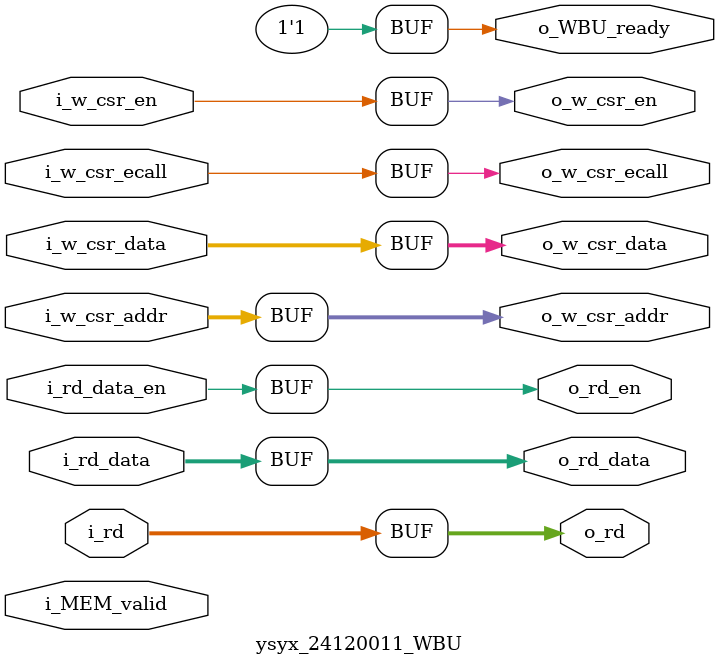
<source format=v>
module ysyx_24120011_WBU(
    //input clk,
    //input rst,
    //数据
    //input  [31:0] i_r_mem_data,
    //input  [2:0]  i_rd_ctrl,
    //input  [2:0]  i_csr_ctrl,
    //input  [31:0] i_pc,
    //input  [31:0] i_src1,
    //input  [31:0] i_r_csr_data,
    //input  [31:0] i_imm,
    input  [3:0]  i_rd,
    input  [11:0] i_w_csr_addr,
    //input  [31:0] i_ALU_result,

    input [31:0] i_rd_data,
    input        i_rd_data_en,
    input [31:0] i_w_csr_data,
    input i_w_csr_en,
    input i_w_csr_ecall,
    //写GPR
    output [3:0]   o_rd,
    output [31:0]  o_rd_data,
    output         o_rd_en,
    //写CSR
    output [11:0]  o_w_csr_addr,
    output [31:0]  o_w_csr_data,
    output         o_w_csr_en,
    output         o_w_csr_ecall,
    //握手
    input  i_MEM_valid,
    output o_WBU_ready

    //output [2:0] o_rd_ctrl
);

// reg [31:0]  rd_data;
// reg [31:0]  w_csr_data;

// assign o_rd = i_rd;
// assign o_rd_data = rd_data;
// assign o_rd_en = i_MEM_valid ? (i_rd_ctrl == 3'd4 ? 1'b0 : 1'b1) : 1'b0;
// assign o_w_csr_addr = i_w_csr_addr;
// assign o_w_csr_data = w_csr_data;
// assign o_w_csr_en = i_MEM_valid ? (i_csr_ctrl[1:0] == 2'd0 ? 1'b0 : 1'b1) : 1'b0;
// assign o_w_csr_ecall = i_MEM_valid ? (i_csr_ctrl[2] == 1'd0 ? 1'b0 : 1'b1) : 1'b0;


assign o_rd = i_rd;
assign o_rd_data = i_rd_data;
assign o_rd_en = i_rd_data_en;
assign o_w_csr_addr = i_w_csr_addr;
assign o_w_csr_data = i_w_csr_data;
assign o_w_csr_en = i_w_csr_en;
assign o_w_csr_ecall = i_w_csr_ecall;

assign o_WBU_ready = 1'b1;
//assign o_rd_ctrl   = i_rd_ctrl;

// always@(*)begin
//     case(i_rd_ctrl)
//         3'd0: rd_data = i_pc + 32'd4;
//         3'd1: rd_data = i_pc + i_imm;
//         3'd2: rd_data = i_ALU_result;
//         3'd3: rd_data = i_imm;
//         3'd4: rd_data = 32'h0000_0000;
//         3'd5: rd_data = i_r_mem_data;
//         3'd6: rd_data = i_r_csr_data;
//         default: rd_data = 32'h0000_0000;
//     endcase
// end
// always@(*)begin
//     case(i_csr_ctrl[1:0])
//         //2'd0:    w_csr_data = 32'b0;
//         2'd1:    w_csr_data = i_src1;
//         2'd2:    w_csr_data = i_ALU_result;
//         2'd3:    w_csr_data = i_pc;
//         default: w_csr_data = 32'b0;
//     endcase
// end


// parameter ysyx_24120011_WBU_IDLE      = 1'b0;
// parameter ysyx_24120011_WBU_WORKING   = 1'b1;

// reg  [31:0] r_mem_data;
// reg  [2:0]  rd_ctrl;
// reg  [2:0]  csr_ctrl;
// reg  [31:0] pc;
// reg  [31:0] src1;
// reg  [31:0] r_csr_data;
// reg  [31:0] imm;
// reg  [3:0]  rd;
// reg  [11:0] w_csr_addr;
// reg  [31:0] ALU_result;

// reg state;
// reg next_state;

// assign o_WBU_ready  = (state == ysyx_24120011_WBU_IDLE) ? 1'b1 : 1'b0;

// //指令锁存
// always @(posedge clk) begin
//     if(rst) begin
//         r_mem_data <= 'd0;
//         rd_ctrl    <= 'd0;
//         csr_ctrl   <= 'd0;
//         pc         <= 'd0;
//         src1       <= 'd0;
//         r_csr_data <= 'd0;
//         imm        <= 'd0;
//         rd         <= 'd0;
//         w_csr_addr <= 'd0;
//         ALU_result <= 'd0;
//     end
//     else begin
//         //输入握手
//         if(i_MEM_valid && o_WBU_ready) begin
//             r_mem_data <= i_r_mem_data;
//             rd_ctrl    <= i_rd_ctrl;
//             csr_ctrl   <= i_csr_ctrl;
//             pc         <= i_pc;
//             src1       <= i_src1;
//             r_csr_data <= i_r_csr_data;
//             imm        <= i_imm;
//             rd         <= i_rd;
//             w_csr_addr <= i_w_csr_addr;
//             ALU_result <= i_ALU_result;
//         end
//     end
// end

// // always @(*) begin
// //             r_mem_data = i_r_mem_data;
// //             rd_ctrl    = i_rd_ctrl;
// //             csr_ctrl   = i_csr_ctrl;
// //             pc         = i_pc;
// //             src1       = i_src1;
// //             r_csr_data = i_r_csr_data;
// //             imm        = i_imm;
// //             rd         = i_rd;
// //             w_csr_addr = i_w_csr_addr;
// //             ALU_result = i_ALU_result;
// // end

// //状态机跳转
// always@(*)begin
//     case(state)
//         ysyx_24120011_WBU_IDLE:    next_state = (i_MEM_valid && o_WBU_ready) ? ysyx_24120011_WBU_WORKING : ysyx_24120011_WBU_IDLE;
//         ysyx_24120011_WBU_WORKING: next_state = ysyx_24120011_WBU_IDLE;
//         default : next_state = ysyx_24120011_WBU_IDLE;
//     endcase
// end
// always@(posedge clk)begin
//     if(rst) begin
//         state <= ysyx_24120011_WBU_IDLE;
//     end
//     else begin
//         state <= next_state;
//     end
// end

// reg [31:0]  rd_data;
// reg         rd_en;
// reg [31:0]  w_csr_data;
// reg         w_csr_en;
// reg         w_csr_ecall;

// assign o_rd          = rd         ;
// assign o_rd_data     = rd_data    ;
// assign o_rd_en       = rd_en      ;
// assign o_w_csr_addr  = w_csr_addr ;
// assign o_w_csr_data  = w_csr_data ;
// assign o_w_csr_en    = w_csr_en   ;
// assign o_w_csr_ecall = w_csr_ecall;
// assign o_rd_ctrl     = rd_ctrl    ;
// //GPR\CSR写入逻辑
// always @(posedge clk) begin
//     if (rst) begin
//         rd_en       <= 'd0;
//         w_csr_en    <= 'd0;
//         w_csr_ecall <= 'd0;
//     end else begin
//         if (state == ysyx_24120011_WBU_IDLE) begin
//             rd_en       <= 'd0       ;
//             w_csr_en    <= 'd0       ;
//             w_csr_ecall <= 'd0       ;
//         end else begin
//             if (rd_ctrl == 3'd4) begin
//                 rd_en      <= 'd0;
//             end else begin
//                 rd_en      <= 'd1;
//             end
//             if (csr_ctrl[1:0] == 2'd0) begin
//                 w_csr_en      <= 'd0;
//             end else begin
//                 w_csr_en      <= 'd1;
//             end
//             if (csr_ctrl[2] == 1'd0) begin
//                 w_csr_ecall   <= 'd0;
//             end else begin
//                 w_csr_ecall   <= 'd1;
//             end
//         end
//     end
// end
// always@(*)begin
//     case(rd_ctrl)
//         3'd0: rd_data = pc + 32'd4;
//         3'd1: rd_data = pc + imm;
//         3'd2: rd_data = ALU_result;
//         3'd3: rd_data = imm;
//         3'd4: rd_data = 32'h0000_0000;
//         3'd5: rd_data = r_mem_data;
//         3'd6: rd_data = r_csr_data;
//         default: rd_data = 32'h0000_0000;
//     endcase
// end
// always@(*)begin
//     case(csr_ctrl[1:0])
//         2'd0:    w_csr_data = 32'b0;
//         2'd1:    w_csr_data = src1;
//         2'd2:    w_csr_data = ALU_result;
//         2'd3:    w_csr_data = pc;
//         default: w_csr_data = 32'b0;
//     endcase
// end
endmodule
</source>
